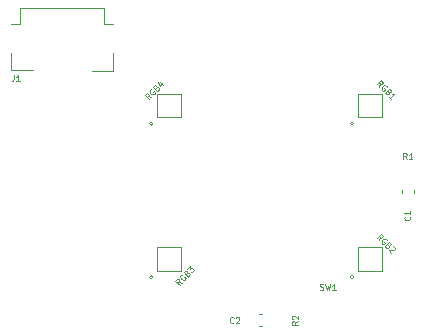
<source format=gbr>
%TF.GenerationSoftware,KiCad,Pcbnew,8.0.2*%
%TF.CreationDate,2025-05-18T13:49:05-07:00*%
%TF.ProjectId,PGS_Stick_Board,5047535f-5374-4696-936b-5f426f617264,rev?*%
%TF.SameCoordinates,Original*%
%TF.FileFunction,Legend,Top*%
%TF.FilePolarity,Positive*%
%FSLAX46Y46*%
G04 Gerber Fmt 4.6, Leading zero omitted, Abs format (unit mm)*
G04 Created by KiCad (PCBNEW 8.0.2) date 2025-05-18 13:49:05*
%MOMM*%
%LPD*%
G01*
G04 APERTURE LIST*
%ADD10C,0.100000*%
%ADD11C,0.120000*%
G04 APERTURE END LIST*
D10*
X60477637Y-53357404D02*
X60528145Y-53071194D01*
X60275607Y-53155374D02*
X60629160Y-52801820D01*
X60629160Y-52801820D02*
X60763847Y-52936507D01*
X60763847Y-52936507D02*
X60780683Y-52987015D01*
X60780683Y-52987015D02*
X60780683Y-53020687D01*
X60780683Y-53020687D02*
X60763847Y-53071194D01*
X60763847Y-53071194D02*
X60713339Y-53121702D01*
X60713339Y-53121702D02*
X60662832Y-53138538D01*
X60662832Y-53138538D02*
X60629160Y-53138538D01*
X60629160Y-53138538D02*
X60578652Y-53121702D01*
X60578652Y-53121702D02*
X60443965Y-52987015D01*
X61151072Y-53357404D02*
X61134236Y-53306897D01*
X61134236Y-53306897D02*
X61083729Y-53256389D01*
X61083729Y-53256389D02*
X61016385Y-53222717D01*
X61016385Y-53222717D02*
X60949042Y-53222717D01*
X60949042Y-53222717D02*
X60898534Y-53239553D01*
X60898534Y-53239553D02*
X60814355Y-53290061D01*
X60814355Y-53290061D02*
X60763847Y-53340568D01*
X60763847Y-53340568D02*
X60713339Y-53424748D01*
X60713339Y-53424748D02*
X60696504Y-53475255D01*
X60696504Y-53475255D02*
X60696504Y-53542599D01*
X60696504Y-53542599D02*
X60730175Y-53609942D01*
X60730175Y-53609942D02*
X60763847Y-53643614D01*
X60763847Y-53643614D02*
X60831191Y-53677286D01*
X60831191Y-53677286D02*
X60864862Y-53677286D01*
X60864862Y-53677286D02*
X60982713Y-53559435D01*
X60982713Y-53559435D02*
X60915370Y-53492091D01*
X61285759Y-53795137D02*
X61319431Y-53862481D01*
X61319431Y-53862481D02*
X61319431Y-53896152D01*
X61319431Y-53896152D02*
X61302595Y-53946660D01*
X61302595Y-53946660D02*
X61252087Y-53997168D01*
X61252087Y-53997168D02*
X61201580Y-54014003D01*
X61201580Y-54014003D02*
X61167908Y-54014003D01*
X61167908Y-54014003D02*
X61117400Y-53997168D01*
X61117400Y-53997168D02*
X60982713Y-53862481D01*
X60982713Y-53862481D02*
X61336267Y-53508927D01*
X61336267Y-53508927D02*
X61454118Y-53626778D01*
X61454118Y-53626778D02*
X61470954Y-53677286D01*
X61470954Y-53677286D02*
X61470954Y-53710958D01*
X61470954Y-53710958D02*
X61454118Y-53761465D01*
X61454118Y-53761465D02*
X61420446Y-53795137D01*
X61420446Y-53795137D02*
X61369939Y-53811973D01*
X61369939Y-53811973D02*
X61336267Y-53811973D01*
X61336267Y-53811973D02*
X61285759Y-53795137D01*
X61285759Y-53795137D02*
X61167908Y-53677286D01*
X61639313Y-53879316D02*
X61672984Y-53879316D01*
X61672984Y-53879316D02*
X61723492Y-53896152D01*
X61723492Y-53896152D02*
X61807671Y-53980332D01*
X61807671Y-53980332D02*
X61824507Y-54030839D01*
X61824507Y-54030839D02*
X61824507Y-54064511D01*
X61824507Y-54064511D02*
X61807671Y-54115019D01*
X61807671Y-54115019D02*
X61774000Y-54148690D01*
X61774000Y-54148690D02*
X61706656Y-54182362D01*
X61706656Y-54182362D02*
X61302595Y-54182362D01*
X61302595Y-54182362D02*
X61521461Y-54401229D01*
X41197404Y-41232362D02*
X40911194Y-41181854D01*
X40995374Y-41434392D02*
X40641820Y-41080839D01*
X40641820Y-41080839D02*
X40776507Y-40946152D01*
X40776507Y-40946152D02*
X40827015Y-40929316D01*
X40827015Y-40929316D02*
X40860687Y-40929316D01*
X40860687Y-40929316D02*
X40911194Y-40946152D01*
X40911194Y-40946152D02*
X40961702Y-40996660D01*
X40961702Y-40996660D02*
X40978538Y-41047167D01*
X40978538Y-41047167D02*
X40978538Y-41080839D01*
X40978538Y-41080839D02*
X40961702Y-41131347D01*
X40961702Y-41131347D02*
X40827015Y-41266034D01*
X41197404Y-40558927D02*
X41146897Y-40575763D01*
X41146897Y-40575763D02*
X41096389Y-40626270D01*
X41096389Y-40626270D02*
X41062717Y-40693614D01*
X41062717Y-40693614D02*
X41062717Y-40760957D01*
X41062717Y-40760957D02*
X41079553Y-40811465D01*
X41079553Y-40811465D02*
X41130061Y-40895644D01*
X41130061Y-40895644D02*
X41180568Y-40946152D01*
X41180568Y-40946152D02*
X41264748Y-40996660D01*
X41264748Y-40996660D02*
X41315255Y-41013495D01*
X41315255Y-41013495D02*
X41382599Y-41013495D01*
X41382599Y-41013495D02*
X41449942Y-40979824D01*
X41449942Y-40979824D02*
X41483614Y-40946152D01*
X41483614Y-40946152D02*
X41517286Y-40878808D01*
X41517286Y-40878808D02*
X41517286Y-40845137D01*
X41517286Y-40845137D02*
X41399435Y-40727286D01*
X41399435Y-40727286D02*
X41332091Y-40794629D01*
X41635137Y-40424240D02*
X41702481Y-40390568D01*
X41702481Y-40390568D02*
X41736152Y-40390568D01*
X41736152Y-40390568D02*
X41786660Y-40407404D01*
X41786660Y-40407404D02*
X41837168Y-40457912D01*
X41837168Y-40457912D02*
X41854003Y-40508419D01*
X41854003Y-40508419D02*
X41854003Y-40542091D01*
X41854003Y-40542091D02*
X41837168Y-40592599D01*
X41837168Y-40592599D02*
X41702481Y-40727286D01*
X41702481Y-40727286D02*
X41348927Y-40373732D01*
X41348927Y-40373732D02*
X41466778Y-40255881D01*
X41466778Y-40255881D02*
X41517286Y-40239045D01*
X41517286Y-40239045D02*
X41550958Y-40239045D01*
X41550958Y-40239045D02*
X41601465Y-40255881D01*
X41601465Y-40255881D02*
X41635137Y-40289553D01*
X41635137Y-40289553D02*
X41651973Y-40340060D01*
X41651973Y-40340060D02*
X41651973Y-40373732D01*
X41651973Y-40373732D02*
X41635137Y-40424240D01*
X41635137Y-40424240D02*
X41517286Y-40542091D01*
X41971855Y-39986507D02*
X42207557Y-40222209D01*
X41752988Y-39935999D02*
X41921347Y-40272717D01*
X41921347Y-40272717D02*
X42140213Y-40053851D01*
X62816666Y-46476109D02*
X62650000Y-46238014D01*
X62530952Y-46476109D02*
X62530952Y-45976109D01*
X62530952Y-45976109D02*
X62721428Y-45976109D01*
X62721428Y-45976109D02*
X62769047Y-45999919D01*
X62769047Y-45999919D02*
X62792857Y-46023728D01*
X62792857Y-46023728D02*
X62816666Y-46071347D01*
X62816666Y-46071347D02*
X62816666Y-46142776D01*
X62816666Y-46142776D02*
X62792857Y-46190395D01*
X62792857Y-46190395D02*
X62769047Y-46214204D01*
X62769047Y-46214204D02*
X62721428Y-46238014D01*
X62721428Y-46238014D02*
X62530952Y-46238014D01*
X63292857Y-46476109D02*
X63007143Y-46476109D01*
X63150000Y-46476109D02*
X63150000Y-45976109D01*
X63150000Y-45976109D02*
X63102381Y-46047538D01*
X63102381Y-46047538D02*
X63054762Y-46095157D01*
X63054762Y-46095157D02*
X63007143Y-46118966D01*
X60487637Y-40357404D02*
X60538145Y-40071194D01*
X60285607Y-40155374D02*
X60639160Y-39801820D01*
X60639160Y-39801820D02*
X60773847Y-39936507D01*
X60773847Y-39936507D02*
X60790683Y-39987015D01*
X60790683Y-39987015D02*
X60790683Y-40020687D01*
X60790683Y-40020687D02*
X60773847Y-40071194D01*
X60773847Y-40071194D02*
X60723339Y-40121702D01*
X60723339Y-40121702D02*
X60672832Y-40138538D01*
X60672832Y-40138538D02*
X60639160Y-40138538D01*
X60639160Y-40138538D02*
X60588652Y-40121702D01*
X60588652Y-40121702D02*
X60453965Y-39987015D01*
X61161072Y-40357404D02*
X61144236Y-40306897D01*
X61144236Y-40306897D02*
X61093729Y-40256389D01*
X61093729Y-40256389D02*
X61026385Y-40222717D01*
X61026385Y-40222717D02*
X60959042Y-40222717D01*
X60959042Y-40222717D02*
X60908534Y-40239553D01*
X60908534Y-40239553D02*
X60824355Y-40290061D01*
X60824355Y-40290061D02*
X60773847Y-40340568D01*
X60773847Y-40340568D02*
X60723339Y-40424748D01*
X60723339Y-40424748D02*
X60706504Y-40475255D01*
X60706504Y-40475255D02*
X60706504Y-40542599D01*
X60706504Y-40542599D02*
X60740175Y-40609942D01*
X60740175Y-40609942D02*
X60773847Y-40643614D01*
X60773847Y-40643614D02*
X60841191Y-40677286D01*
X60841191Y-40677286D02*
X60874862Y-40677286D01*
X60874862Y-40677286D02*
X60992713Y-40559435D01*
X60992713Y-40559435D02*
X60925370Y-40492091D01*
X61295759Y-40795137D02*
X61329431Y-40862481D01*
X61329431Y-40862481D02*
X61329431Y-40896152D01*
X61329431Y-40896152D02*
X61312595Y-40946660D01*
X61312595Y-40946660D02*
X61262087Y-40997168D01*
X61262087Y-40997168D02*
X61211580Y-41014003D01*
X61211580Y-41014003D02*
X61177908Y-41014003D01*
X61177908Y-41014003D02*
X61127400Y-40997168D01*
X61127400Y-40997168D02*
X60992713Y-40862481D01*
X60992713Y-40862481D02*
X61346267Y-40508927D01*
X61346267Y-40508927D02*
X61464118Y-40626778D01*
X61464118Y-40626778D02*
X61480954Y-40677286D01*
X61480954Y-40677286D02*
X61480954Y-40710958D01*
X61480954Y-40710958D02*
X61464118Y-40761465D01*
X61464118Y-40761465D02*
X61430446Y-40795137D01*
X61430446Y-40795137D02*
X61379939Y-40811973D01*
X61379939Y-40811973D02*
X61346267Y-40811973D01*
X61346267Y-40811973D02*
X61295759Y-40795137D01*
X61295759Y-40795137D02*
X61177908Y-40677286D01*
X61531461Y-41401229D02*
X61329431Y-41199198D01*
X61430446Y-41300213D02*
X61784000Y-40946660D01*
X61784000Y-40946660D02*
X61699820Y-40963496D01*
X61699820Y-40963496D02*
X61632477Y-40963496D01*
X61632477Y-40963496D02*
X61581969Y-40946660D01*
X48166666Y-60303490D02*
X48142857Y-60327300D01*
X48142857Y-60327300D02*
X48071428Y-60351109D01*
X48071428Y-60351109D02*
X48023809Y-60351109D01*
X48023809Y-60351109D02*
X47952381Y-60327300D01*
X47952381Y-60327300D02*
X47904762Y-60279680D01*
X47904762Y-60279680D02*
X47880952Y-60232061D01*
X47880952Y-60232061D02*
X47857143Y-60136823D01*
X47857143Y-60136823D02*
X47857143Y-60065395D01*
X47857143Y-60065395D02*
X47880952Y-59970157D01*
X47880952Y-59970157D02*
X47904762Y-59922538D01*
X47904762Y-59922538D02*
X47952381Y-59874919D01*
X47952381Y-59874919D02*
X48023809Y-59851109D01*
X48023809Y-59851109D02*
X48071428Y-59851109D01*
X48071428Y-59851109D02*
X48142857Y-59874919D01*
X48142857Y-59874919D02*
X48166666Y-59898728D01*
X48357143Y-59898728D02*
X48380952Y-59874919D01*
X48380952Y-59874919D02*
X48428571Y-59851109D01*
X48428571Y-59851109D02*
X48547619Y-59851109D01*
X48547619Y-59851109D02*
X48595238Y-59874919D01*
X48595238Y-59874919D02*
X48619047Y-59898728D01*
X48619047Y-59898728D02*
X48642857Y-59946347D01*
X48642857Y-59946347D02*
X48642857Y-59993966D01*
X48642857Y-59993966D02*
X48619047Y-60065395D01*
X48619047Y-60065395D02*
X48333333Y-60351109D01*
X48333333Y-60351109D02*
X48642857Y-60351109D01*
X29558333Y-39376109D02*
X29558333Y-39733252D01*
X29558333Y-39733252D02*
X29534524Y-39804680D01*
X29534524Y-39804680D02*
X29486905Y-39852300D01*
X29486905Y-39852300D02*
X29415476Y-39876109D01*
X29415476Y-39876109D02*
X29367857Y-39876109D01*
X30058333Y-39876109D02*
X29772619Y-39876109D01*
X29915476Y-39876109D02*
X29915476Y-39376109D01*
X29915476Y-39376109D02*
X29867857Y-39447538D01*
X29867857Y-39447538D02*
X29820238Y-39495157D01*
X29820238Y-39495157D02*
X29772619Y-39518966D01*
X63078490Y-51358333D02*
X63102300Y-51382142D01*
X63102300Y-51382142D02*
X63126109Y-51453571D01*
X63126109Y-51453571D02*
X63126109Y-51501190D01*
X63126109Y-51501190D02*
X63102300Y-51572618D01*
X63102300Y-51572618D02*
X63054680Y-51620237D01*
X63054680Y-51620237D02*
X63007061Y-51644047D01*
X63007061Y-51644047D02*
X62911823Y-51667856D01*
X62911823Y-51667856D02*
X62840395Y-51667856D01*
X62840395Y-51667856D02*
X62745157Y-51644047D01*
X62745157Y-51644047D02*
X62697538Y-51620237D01*
X62697538Y-51620237D02*
X62649919Y-51572618D01*
X62649919Y-51572618D02*
X62626109Y-51501190D01*
X62626109Y-51501190D02*
X62626109Y-51453571D01*
X62626109Y-51453571D02*
X62649919Y-51382142D01*
X62649919Y-51382142D02*
X62673728Y-51358333D01*
X63126109Y-50882142D02*
X63126109Y-51167856D01*
X63126109Y-51024999D02*
X62626109Y-51024999D01*
X62626109Y-51024999D02*
X62697538Y-51072618D01*
X62697538Y-51072618D02*
X62745157Y-51120237D01*
X62745157Y-51120237D02*
X62768966Y-51167856D01*
X53626109Y-60213333D02*
X53388014Y-60379999D01*
X53626109Y-60499047D02*
X53126109Y-60499047D01*
X53126109Y-60499047D02*
X53126109Y-60308571D01*
X53126109Y-60308571D02*
X53149919Y-60260952D01*
X53149919Y-60260952D02*
X53173728Y-60237142D01*
X53173728Y-60237142D02*
X53221347Y-60213333D01*
X53221347Y-60213333D02*
X53292776Y-60213333D01*
X53292776Y-60213333D02*
X53340395Y-60237142D01*
X53340395Y-60237142D02*
X53364204Y-60260952D01*
X53364204Y-60260952D02*
X53388014Y-60308571D01*
X53388014Y-60308571D02*
X53388014Y-60499047D01*
X53173728Y-60022856D02*
X53149919Y-59999047D01*
X53149919Y-59999047D02*
X53126109Y-59951428D01*
X53126109Y-59951428D02*
X53126109Y-59832380D01*
X53126109Y-59832380D02*
X53149919Y-59784761D01*
X53149919Y-59784761D02*
X53173728Y-59760952D01*
X53173728Y-59760952D02*
X53221347Y-59737142D01*
X53221347Y-59737142D02*
X53268966Y-59737142D01*
X53268966Y-59737142D02*
X53340395Y-59760952D01*
X53340395Y-59760952D02*
X53626109Y-60046666D01*
X53626109Y-60046666D02*
X53626109Y-59737142D01*
X43797404Y-56932362D02*
X43511194Y-56881854D01*
X43595374Y-57134392D02*
X43241820Y-56780839D01*
X43241820Y-56780839D02*
X43376507Y-56646152D01*
X43376507Y-56646152D02*
X43427015Y-56629316D01*
X43427015Y-56629316D02*
X43460687Y-56629316D01*
X43460687Y-56629316D02*
X43511194Y-56646152D01*
X43511194Y-56646152D02*
X43561702Y-56696660D01*
X43561702Y-56696660D02*
X43578538Y-56747167D01*
X43578538Y-56747167D02*
X43578538Y-56780839D01*
X43578538Y-56780839D02*
X43561702Y-56831347D01*
X43561702Y-56831347D02*
X43427015Y-56966034D01*
X43797404Y-56258927D02*
X43746897Y-56275763D01*
X43746897Y-56275763D02*
X43696389Y-56326270D01*
X43696389Y-56326270D02*
X43662717Y-56393614D01*
X43662717Y-56393614D02*
X43662717Y-56460957D01*
X43662717Y-56460957D02*
X43679553Y-56511465D01*
X43679553Y-56511465D02*
X43730061Y-56595644D01*
X43730061Y-56595644D02*
X43780568Y-56646152D01*
X43780568Y-56646152D02*
X43864748Y-56696660D01*
X43864748Y-56696660D02*
X43915255Y-56713495D01*
X43915255Y-56713495D02*
X43982599Y-56713495D01*
X43982599Y-56713495D02*
X44049942Y-56679824D01*
X44049942Y-56679824D02*
X44083614Y-56646152D01*
X44083614Y-56646152D02*
X44117286Y-56578808D01*
X44117286Y-56578808D02*
X44117286Y-56545137D01*
X44117286Y-56545137D02*
X43999435Y-56427286D01*
X43999435Y-56427286D02*
X43932091Y-56494629D01*
X44235137Y-56124240D02*
X44302481Y-56090568D01*
X44302481Y-56090568D02*
X44336152Y-56090568D01*
X44336152Y-56090568D02*
X44386660Y-56107404D01*
X44386660Y-56107404D02*
X44437168Y-56157912D01*
X44437168Y-56157912D02*
X44454003Y-56208419D01*
X44454003Y-56208419D02*
X44454003Y-56242091D01*
X44454003Y-56242091D02*
X44437168Y-56292599D01*
X44437168Y-56292599D02*
X44302481Y-56427286D01*
X44302481Y-56427286D02*
X43948927Y-56073732D01*
X43948927Y-56073732D02*
X44066778Y-55955881D01*
X44066778Y-55955881D02*
X44117286Y-55939045D01*
X44117286Y-55939045D02*
X44150958Y-55939045D01*
X44150958Y-55939045D02*
X44201465Y-55955881D01*
X44201465Y-55955881D02*
X44235137Y-55989553D01*
X44235137Y-55989553D02*
X44251973Y-56040060D01*
X44251973Y-56040060D02*
X44251973Y-56073732D01*
X44251973Y-56073732D02*
X44235137Y-56124240D01*
X44235137Y-56124240D02*
X44117286Y-56242091D01*
X44268809Y-55753851D02*
X44487675Y-55534984D01*
X44487675Y-55534984D02*
X44504511Y-55787522D01*
X44504511Y-55787522D02*
X44555019Y-55737015D01*
X44555019Y-55737015D02*
X44605526Y-55720179D01*
X44605526Y-55720179D02*
X44639198Y-55720179D01*
X44639198Y-55720179D02*
X44689706Y-55737015D01*
X44689706Y-55737015D02*
X44773885Y-55821194D01*
X44773885Y-55821194D02*
X44790721Y-55871702D01*
X44790721Y-55871702D02*
X44790721Y-55905373D01*
X44790721Y-55905373D02*
X44773885Y-55955881D01*
X44773885Y-55955881D02*
X44672870Y-56056896D01*
X44672870Y-56056896D02*
X44622362Y-56073732D01*
X44622362Y-56073732D02*
X44588690Y-56073732D01*
X55483334Y-57527300D02*
X55554762Y-57551109D01*
X55554762Y-57551109D02*
X55673810Y-57551109D01*
X55673810Y-57551109D02*
X55721429Y-57527300D01*
X55721429Y-57527300D02*
X55745238Y-57503490D01*
X55745238Y-57503490D02*
X55769048Y-57455871D01*
X55769048Y-57455871D02*
X55769048Y-57408252D01*
X55769048Y-57408252D02*
X55745238Y-57360633D01*
X55745238Y-57360633D02*
X55721429Y-57336823D01*
X55721429Y-57336823D02*
X55673810Y-57313014D01*
X55673810Y-57313014D02*
X55578572Y-57289204D01*
X55578572Y-57289204D02*
X55530953Y-57265395D01*
X55530953Y-57265395D02*
X55507143Y-57241585D01*
X55507143Y-57241585D02*
X55483334Y-57193966D01*
X55483334Y-57193966D02*
X55483334Y-57146347D01*
X55483334Y-57146347D02*
X55507143Y-57098728D01*
X55507143Y-57098728D02*
X55530953Y-57074919D01*
X55530953Y-57074919D02*
X55578572Y-57051109D01*
X55578572Y-57051109D02*
X55697619Y-57051109D01*
X55697619Y-57051109D02*
X55769048Y-57074919D01*
X55935714Y-57051109D02*
X56054762Y-57551109D01*
X56054762Y-57551109D02*
X56150000Y-57193966D01*
X56150000Y-57193966D02*
X56245238Y-57551109D01*
X56245238Y-57551109D02*
X56364286Y-57051109D01*
X56816667Y-57551109D02*
X56530953Y-57551109D01*
X56673810Y-57551109D02*
X56673810Y-57051109D01*
X56673810Y-57051109D02*
X56626191Y-57122538D01*
X56626191Y-57122538D02*
X56578572Y-57170157D01*
X56578572Y-57170157D02*
X56530953Y-57193966D01*
D11*
%TO.C,RGB2*%
X58725000Y-53955329D02*
X60725000Y-53955329D01*
X58725000Y-55955329D02*
X58725000Y-53955329D01*
X60725000Y-53955329D02*
X60725000Y-55955329D01*
X60725000Y-55955329D02*
X58725000Y-55955329D01*
X58352734Y-56479329D02*
G75*
G02*
X58049266Y-56479329I-151734J0D01*
G01*
X58049266Y-56479329D02*
G75*
G02*
X58352734Y-56479329I151734J0D01*
G01*
%TO.C,RGB4*%
X41725000Y-40955329D02*
X43725000Y-40955329D01*
X41725000Y-42955329D02*
X41725000Y-40955329D01*
X43725000Y-40955329D02*
X43725000Y-42955329D01*
X43725000Y-42955329D02*
X41725000Y-42955329D01*
X41352734Y-43479329D02*
G75*
G02*
X41049266Y-43479329I-151734J0D01*
G01*
X41049266Y-43479329D02*
G75*
G02*
X41352734Y-43479329I151734J0D01*
G01*
%TO.C,RGB1*%
X58725000Y-40955329D02*
X60725000Y-40955329D01*
X58725000Y-42955329D02*
X58725000Y-40955329D01*
X60725000Y-40955329D02*
X60725000Y-42955329D01*
X60725000Y-42955329D02*
X58725000Y-42955329D01*
X58352734Y-43479329D02*
G75*
G02*
X58049266Y-43479329I-151734J0D01*
G01*
X58049266Y-43479329D02*
G75*
G02*
X58352734Y-43479329I151734J0D01*
G01*
%TO.C,C2*%
X50284420Y-59620329D02*
X50565580Y-59620329D01*
X50284420Y-60640329D02*
X50565580Y-60640329D01*
D10*
%TO.C,J1*%
X29300000Y-38900000D02*
X29300000Y-37500000D01*
X30100000Y-33700000D02*
X30100000Y-35050000D01*
X30100000Y-35050000D02*
X29300000Y-35050000D01*
X31150000Y-38900000D02*
X29300000Y-38900000D01*
X36150000Y-39000000D02*
X38000000Y-38999999D01*
X37200000Y-33700000D02*
X30100000Y-33700000D01*
X37200000Y-35050000D02*
X37200000Y-33700000D01*
X38000000Y-35050000D02*
X37200000Y-35050000D01*
X38000000Y-38999999D02*
X38000000Y-37500000D01*
D11*
%TO.C,C1*%
X62390000Y-49395910D02*
X62390000Y-49114748D01*
X63410000Y-49395910D02*
X63410000Y-49114748D01*
%TO.C,RGB3*%
X41725000Y-53955329D02*
X43725000Y-53955329D01*
X41725000Y-55955329D02*
X41725000Y-53955329D01*
X43725000Y-53955329D02*
X43725000Y-55955329D01*
X43725000Y-55955329D02*
X41725000Y-55955329D01*
X41352734Y-56479329D02*
G75*
G02*
X41049266Y-56479329I-151734J0D01*
G01*
X41049266Y-56479329D02*
G75*
G02*
X41352734Y-56479329I151734J0D01*
G01*
%TD*%
M02*

</source>
